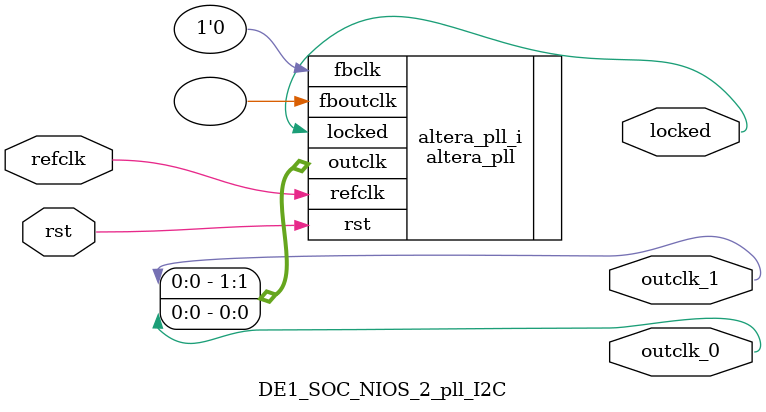
<source format=v>
`timescale 1ns/10ps
module  DE1_SOC_NIOS_2_pll_I2C(

	// interface 'refclk'
	input wire refclk,

	// interface 'reset'
	input wire rst,

	// interface 'outclk0'
	output wire outclk_0,

	// interface 'outclk1'
	output wire outclk_1,

	// interface 'locked'
	output wire locked
);

	altera_pll #(
		.fractional_vco_multiplier("false"),
		.reference_clock_frequency("50.0 MHz"),
		.operation_mode("direct"),
		.number_of_clocks(2),
		.output_clock_frequency0("6.400000 MHz"),
		.phase_shift0("0 ps"),
		.duty_cycle0(50),
		.output_clock_frequency1("25.000000 MHz"),
		.phase_shift1("0 ps"),
		.duty_cycle1(50),
		.output_clock_frequency2("0 MHz"),
		.phase_shift2("0 ps"),
		.duty_cycle2(50),
		.output_clock_frequency3("0 MHz"),
		.phase_shift3("0 ps"),
		.duty_cycle3(50),
		.output_clock_frequency4("0 MHz"),
		.phase_shift4("0 ps"),
		.duty_cycle4(50),
		.output_clock_frequency5("0 MHz"),
		.phase_shift5("0 ps"),
		.duty_cycle5(50),
		.output_clock_frequency6("0 MHz"),
		.phase_shift6("0 ps"),
		.duty_cycle6(50),
		.output_clock_frequency7("0 MHz"),
		.phase_shift7("0 ps"),
		.duty_cycle7(50),
		.output_clock_frequency8("0 MHz"),
		.phase_shift8("0 ps"),
		.duty_cycle8(50),
		.output_clock_frequency9("0 MHz"),
		.phase_shift9("0 ps"),
		.duty_cycle9(50),
		.output_clock_frequency10("0 MHz"),
		.phase_shift10("0 ps"),
		.duty_cycle10(50),
		.output_clock_frequency11("0 MHz"),
		.phase_shift11("0 ps"),
		.duty_cycle11(50),
		.output_clock_frequency12("0 MHz"),
		.phase_shift12("0 ps"),
		.duty_cycle12(50),
		.output_clock_frequency13("0 MHz"),
		.phase_shift13("0 ps"),
		.duty_cycle13(50),
		.output_clock_frequency14("0 MHz"),
		.phase_shift14("0 ps"),
		.duty_cycle14(50),
		.output_clock_frequency15("0 MHz"),
		.phase_shift15("0 ps"),
		.duty_cycle15(50),
		.output_clock_frequency16("0 MHz"),
		.phase_shift16("0 ps"),
		.duty_cycle16(50),
		.output_clock_frequency17("0 MHz"),
		.phase_shift17("0 ps"),
		.duty_cycle17(50),
		.pll_type("General"),
		.pll_subtype("General")
	) altera_pll_i (
		.rst	(rst),
		.outclk	({outclk_1, outclk_0}),
		.locked	(locked),
		.fboutclk	( ),
		.fbclk	(1'b0),
		.refclk	(refclk)
	);
endmodule


</source>
